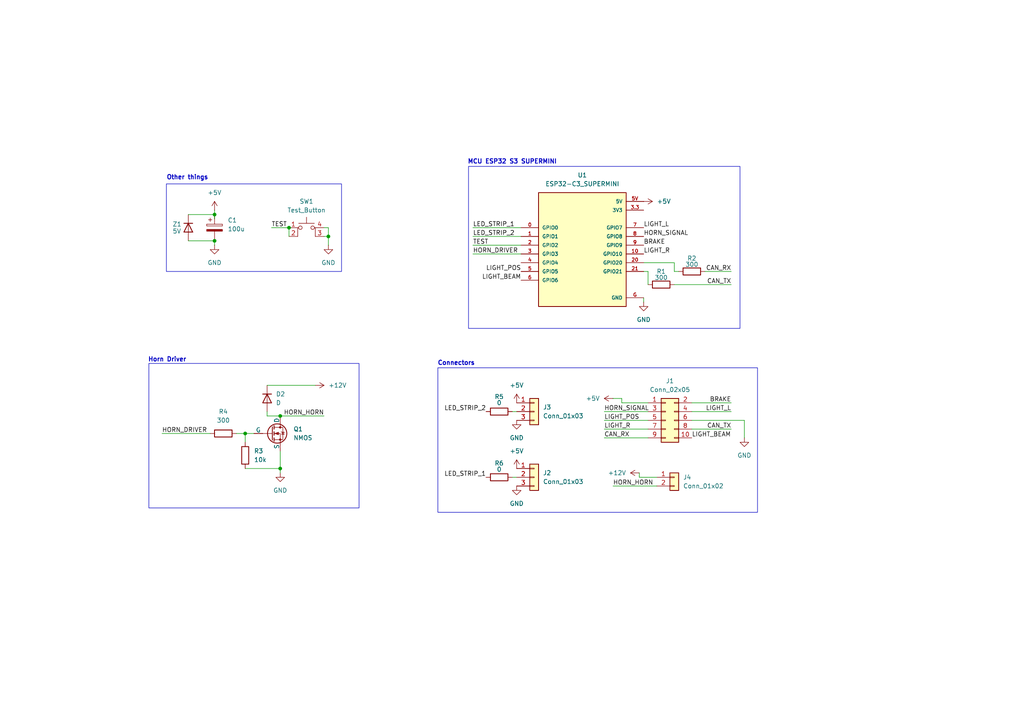
<source format=kicad_sch>
(kicad_sch (version 20250114) (generator "eeschema") (generator_version "9.0")
  (paper "A4")
  (lib_symbols
    (symbol "Connector_Generic:Conn_01x02" (pin_names (offset 1.016) (hide yes))
      (property "Reference" "J" (at 0 2.54 0))
      (property "Value" "Conn_01x02" (at 0 -5.08 0))
      (symbol "Conn_01x02_1_1"
        (rectangle (start -1.27 1.27) (end 1.27 -3.81) (stroke (width 0.254)) (fill (type background)))
        (rectangle (start -1.27 0.127) (end 0 -0.127) (stroke (width 0.1524)))
        (rectangle (start -1.27 -2.413) (end 0 -2.667) (stroke (width 0.1524)))
        (pin passive line (at -5.08 0 0) (length 3.81) (name "Pin_1") (number "1"))
        (pin passive line (at -5.08 -2.54 0) (length 3.81) (name "Pin_2") (number "2"))
      )
    )
    (symbol "Connector_Generic:Conn_01x03" (pin_names (offset 1.016) (hide yes))
      (property "Reference" "J" (at 0 5.08 0))
      (property "Value" "Conn_01x03" (at 0 -5.08 0))
      (symbol "Conn_01x03_1_1"
        (rectangle (start -1.27 3.81) (end 1.27 -3.81) (stroke (width 0.254)) (fill (type background)))
        (rectangle (start -1.27 2.667) (end 0 2.413) (stroke (width 0.1524)))
        (rectangle (start -1.27 0.127) (end 0 -0.127) (stroke (width 0.1524)))
        (rectangle (start -1.27 -2.413) (end 0 -2.667) (stroke (width 0.1524)))
        (pin passive line (at -5.08 2.54 0) (length 3.81) (name "Pin_1") (number "1"))
        (pin passive line (at -5.08 0 0) (length 3.81) (name "Pin_2") (number "2"))
        (pin passive line (at -5.08 -2.54 0) (length 3.81) (name "Pin_3") (number "3"))
      )
    )
    (symbol "Connector_Generic:Conn_02x05_Odd_Even" (pin_names (offset 1.016) (hide yes))
      (property "Reference" "J" (at 1.27 7.62 0))
      (property "Value" "Conn_02x05_Odd_Even" (at 1.27 -7.62 0))
      (symbol "Conn_02x05_Odd_Even_1_1"
        (rectangle (start -1.27 6.35) (end 3.81 -6.35) (stroke (width 0.254)) (fill (type background)))
        (rectangle (start -1.27 5.207) (end 0 4.953) (stroke (width 0.1524)))
        (rectangle (start -1.27 2.667) (end 0 2.413) (stroke (width 0.1524)))
        (rectangle (start -1.27 0.127) (end 0 -0.127) (stroke (width 0.1524)))
        (rectangle (start -1.27 -2.413) (end 0 -2.667) (stroke (width 0.1524)))
        (rectangle (start -1.27 -4.953) (end 0 -5.207) (stroke (width 0.1524)))
        (rectangle (start 3.81 5.207) (end 2.54 4.953) (stroke (width 0.1524)))
        (rectangle (start 3.81 2.667) (end 2.54 2.413) (stroke (width 0.1524)))
        (rectangle (start 3.81 0.127) (end 2.54 -0.127) (stroke (width 0.1524)))
        (rectangle (start 3.81 -2.413) (end 2.54 -2.667) (stroke (width 0.1524)))
        (rectangle (start 3.81 -4.953) (end 2.54 -5.207) (stroke (width 0.1524)))
        (pin passive line (at -5.08 5.08 0) (length 3.81) (name "Pin_1") (number "1"))
        (pin passive line (at -5.08 2.54 0) (length 3.81) (name "Pin_3") (number "3"))
        (pin passive line (at -5.08 0 0) (length 3.81) (name "Pin_5") (number "5"))
        (pin passive line (at -5.08 -2.54 0) (length 3.81) (name "Pin_7") (number "7"))
        (pin passive line (at -5.08 -5.08 0) (length 3.81) (name "Pin_9") (number "9"))
        (pin passive line (at 7.62 5.08 180) (length 3.81) (name "Pin_2") (number "2"))
        (pin passive line (at 7.62 2.54 180) (length 3.81) (name "Pin_4") (number "4"))
        (pin passive line (at 7.62 0 180) (length 3.81) (name "Pin_6") (number "6"))
        (pin passive line (at 7.62 -2.54 180) (length 3.81) (name "Pin_8") (number "8"))
        (pin passive line (at 7.62 -5.08 180) (length 3.81) (name "Pin_10") (number "10"))
      )
    )
    (symbol "Device:C_Polarized" (pin_numbers (hide yes)) (pin_names (offset 0.254))
      (property "Reference" "C" (at 0.635 2.54 0))
      (property "Value" "C_Polarized" (at 0.635 -2.54 0))
      (symbol "C_Polarized_0_1"
        (rectangle (start -2.286 0.508) (end 2.286 1.016))
        (polyline (pts (xy -1.778 2.286) (xy -0.762 2.286)))
        (polyline (pts (xy -1.27 2.794) (xy -1.27 1.778)))
        (rectangle (start 2.286 -0.508) (end -2.286 -1.016) (fill (type outline)))
      )
      (symbol "C_Polarized_1_1"
        (pin passive line (at 0 3.81 270) (length 2.794) (name "~") (number "1"))
        (pin passive line (at 0 -3.81 90) (length 2.794) (name "~") (number "2"))
      )
    )
    (symbol "Device:D" (pin_numbers (hide yes)) (pin_names (offset 1.016) (hide yes))
      (property "Reference" "D" (at 0 2.54 0))
      (property "Value" "D" (at 0 -2.54 0))
      (symbol "D_0_1"
        (polyline (pts (xy -1.27 1.27) (xy -1.27 -1.27)) (stroke (width 0.254)))
        (polyline (pts (xy 1.27 1.27) (xy 1.27 -1.27) (xy -1.27 0) (xy 1.27 1.27)) (stroke (width 0.254)))
        (polyline (pts (xy 1.27 0) (xy -1.27 0)))
      )
      (symbol "D_1_1"
        (pin passive line (at -3.81 0 0) (length 2.54) (name "K") (number "1"))
        (pin passive line (at 3.81 0 180) (length 2.54) (name "A") (number "2"))
      )
    )
    (symbol "Device:R" (pin_numbers (hide yes)) (pin_names (offset 0))
      (property "Reference" "R" (at 2.032 0 90))
      (property "Value" "R" (at 0 0 90))
      (symbol "R_0_1"
        (rectangle (start -1.016 -2.54) (end 1.016 2.54) (stroke (width 0.254)))
      )
      (symbol "R_1_1"
        (pin passive line (at 0 3.81 270) (length 1.27) (name "~") (number "1"))
        (pin passive line (at 0 -3.81 90) (length 1.27) (name "~") (number "2"))
      )
    )
    (symbol "Diode:1N4001" (pin_numbers (hide yes)) (pin_names (hide yes))
      (property "Reference" "D" (at 0 2.54 0))
      (property "Value" "1N4001" (at 0 -2.54 0))
      (symbol "1N4001_0_1"
        (polyline (pts (xy -1.27 1.27) (xy -1.27 -1.27)) (stroke (width 0.254)))
        (polyline (pts (xy 1.27 1.27) (xy 1.27 -1.27) (xy -1.27 0) (xy 1.27 1.27)) (stroke (width 0.254)))
        (polyline (pts (xy 1.27 0) (xy -1.27 0)))
      )
      (symbol "1N4001_1_1"
        (pin passive line (at -3.81 0 0) (length 2.54) (name "K") (number "1"))
        (pin passive line (at 3.81 0 180) (length 2.54) (name "A") (number "2"))
      )
    )
    (symbol "ESP32-C3_SUPERMINI_TH_1" (pin_names (offset 1.016))
      (property "Reference" "U" (at -12.7 16.002 0))
      (property "Value" "ESP32-C3_SUPERMINI_TH" (at -12.7 -20.32 0))
      (symbol "ESP32-C3_SUPERMINI_TH_1_0_0"
        (rectangle (start -12.7 -17.78) (end 12.7 15.24) (stroke (width 0.254)) (fill (type background)))
        (pin bidirectional line (at -17.78 5.08 0) (length 5.08) (name "GPIO0") (number "0"))
        (pin bidirectional line (at -17.78 2.54 0) (length 5.08) (name "GPIO1") (number "1"))
        (pin bidirectional line (at -17.78 0 0) (length 5.08) (name "GPIO2") (number "2"))
        (pin bidirectional line (at -17.78 -2.54 0) (length 5.08) (name "GPIO3") (number "3"))
        (pin bidirectional line (at -17.78 -5.08 0) (length 5.08) (name "GPIO4") (number "4"))
        (pin bidirectional line (at -17.78 -7.62 0) (length 5.08) (name "GPIO5") (number "5"))
        (pin bidirectional line (at -17.78 -10.16 0) (length 5.08) (name "GPIO6") (number "6"))
        (pin power_in line (at 17.78 12.7 180) (length 5.08) (name "5V") (number "5V"))
        (pin power_in line (at 17.78 10.16 180) (length 5.08) (name "3V3") (number "3.3"))
        (pin bidirectional line (at 17.78 5.08 180) (length 5.08) (name "GPIO7") (number "7"))
        (pin bidirectional line (at 17.78 2.54 180) (length 5.08) (name "GPIO8") (number "8"))
        (pin bidirectional line (at 17.78 0 180) (length 5.08) (name "GPIO9") (number "9"))
        (pin bidirectional line (at 17.78 -2.54 180) (length 5.08) (name "GPIO10") (number "10"))
        (pin bidirectional line (at 17.78 -5.08 180) (length 5.08) (name "GPIO20") (number "20"))
        (pin bidirectional line (at 17.78 -7.62 180) (length 5.08) (name "GPIO21") (number "21"))
        (pin power_in line (at 17.78 -15.24 180) (length 5.08) (name "GND") (number "G"))
      )
    )
    (symbol "Simulation_SPICE:NMOS" (pin_numbers (hide yes)) (pin_names (offset 0))
      (property "Reference" "Q" (at 5.08 1.27 0))
      (property "Value" "NMOS" (at 5.08 -1.27 0))
      (symbol "NMOS_0_1"
        (polyline (pts (xy 0.254 1.905) (xy 0.254 -1.905)) (stroke (width 0.254)))
        (polyline (pts (xy 0.254 0) (xy -2.54 0)))
        (polyline (pts (xy 0.762 2.286) (xy 0.762 1.27)) (stroke (width 0.254)))
        (polyline (pts (xy 0.762 0.508) (xy 0.762 -0.508)) (stroke (width 0.254)))
        (polyline (pts (xy 0.762 -1.27) (xy 0.762 -2.286)) (stroke (width 0.254)))
        (polyline (pts (xy 0.762 -1.778) (xy 3.302 -1.778) (xy 3.302 1.778) (xy 0.762 1.778)))
        (polyline (pts (xy 1.016 0) (xy 2.032 0.381) (xy 2.032 -0.381) (xy 1.016 0)) (fill (type outline)))
        (circle (center 1.651 0) (radius 2.794) (stroke (width 0.254)))
        (polyline (pts (xy 2.54 2.54) (xy 2.54 1.778)))
        (circle (center 2.54 1.778) (radius 0.254) (fill (type outline)))
        (circle (center 2.54 -1.778) (radius 0.254) (fill (type outline)))
        (polyline (pts (xy 2.54 -2.54) (xy 2.54 0) (xy 0.762 0)))
        (polyline (pts (xy 2.794 0.508) (xy 2.921 0.381) (xy 3.683 0.381) (xy 3.81 0.254)))
        (polyline (pts (xy 3.302 0.381) (xy 2.921 -0.254) (xy 3.683 -0.254) (xy 3.302 0.381)))
      )
      (symbol "NMOS_1_1"
        (pin input line (at -5.08 0 0) (length 2.54) (name "G") (number "2"))
        (pin passive line (at 2.54 5.08 270) (length 2.54) (name "D") (number "1"))
        (pin passive line (at 2.54 -5.08 90) (length 2.54) (name "S") (number "3"))
      )
    )
    (symbol "Switch:SW_MEC_5E" (pin_names (offset 1.016) (hide yes))
      (property "Reference" "SW" (at 0.635 5.715 0))
      (property "Value" "SW_MEC_5E" (at 0 -3.175 0))
      (symbol "SW_MEC_5E_0_1"
        (polyline (pts (xy -2.54 0) (xy -2.54 2.54) (xy -2.286 2.54)))
        (polyline (pts (xy -2.286 3.81) (xy 2.286 3.81)))
        (circle (center -1.778 2.54) (radius 0.508))
        (polyline (pts (xy 0 3.81) (xy 0 5.588)))
        (circle (center 1.778 2.54) (radius 0.508))
        (polyline (pts (xy 2.54 0) (xy 2.54 2.54) (xy 2.286 2.54)))
        (pin passive line (at -5.08 2.54 0) (length 2.54) (name "1") (number "1"))
        (pin passive line (at -5.08 0 0) (length 2.54) (name "2") (number "2"))
        (pin passive line (at 5.08 2.54 180) (length 2.54) (name "A") (number "4"))
        (pin passive line (at 5.08 0 180) (length 2.54) (name "K") (number "3"))
      )
    )
    (symbol "power:+12V" (power) (pin_numbers (hide yes)) (pin_names (offset 0) (hide yes))
      (property "Value" "+12V" (at 0 3.556 0))
      (symbol "+12V_0_1"
        (polyline (pts (xy -0.762 1.27) (xy 0 2.54)))
        (polyline (pts (xy 0 2.54) (xy 0.762 1.27)))
        (polyline (pts (xy 0 0) (xy 0 2.54)))
      )
      (symbol "+12V_1_1"
        (pin power_in line (at 0 0 90) (length 0) (name "~") (number "1"))
      )
    )
    (symbol "power:+5V" (power) (pin_numbers (hide yes)) (pin_names (offset 0) (hide yes))
      (property "Value" "+5V" (at 0 3.556 0))
      (symbol "+5V_0_1"
        (polyline (pts (xy -0.762 1.27) (xy 0 2.54)))
        (polyline (pts (xy 0 2.54) (xy 0.762 1.27)))
        (polyline (pts (xy 0 0) (xy 0 2.54)))
      )
      (symbol "+5V_1_1"
        (pin power_in line (at 0 0 90) (length 0) (name "~") (number "1"))
      )
    )
    (symbol "power:GND" (power) (pin_numbers (hide yes)) (pin_names (offset 0) (hide yes))
      (property "Value" "GND" (at 0 -3.81 0))
      (symbol "GND_0_1"
        (polyline (pts (xy 0 0) (xy 0 -1.27) (xy 1.27 -1.27) (xy 0 -2.54) (xy -1.27 -1.27) (xy 0 -1.27)))
      )
      (symbol "GND_1_1"
        (pin power_in line (at 0 0 270) (length 0) (name "~") (number "1"))
      )
    )
  )
  (rectangle (start 43.18 105.41) (end 104.14 147.32))
  (rectangle (start 48.26 53.34) (end 99.06 78.74))
  (rectangle (start 127 106.68) (end 219.71 148.59))
  (rectangle (start 135.89 48.26) (end 214.63 95.25))
  (text "Horn Driver" (at 48.514 104.394 0) (effects (font (size 1.27 1.27) (thickness 0.254) (bold yes))))
  (text "Other things" (at 54.356 51.562 0) (effects (font (size 1.27 1.27) (thickness 0.254) (bold yes))))
  (text "MCU ESP32 S3 SUPERMINI" (at 148.59 46.99 0) (effects (font (size 1.27 1.27) (thickness 0.254) (bold yes))))
  (text "Connectors" (at 132.334 105.41 0) (effects (font (size 1.27 1.27) (thickness 0.254) (bold yes))))
  (junction (at 81.28 120.65))
  (junction (at 83.82 66.04))
  (junction (at 95.25 68.58))
  (junction (at 62.23 69.85))
  (junction (at 71.12 125.73))
  (junction (at 62.23 62.23))
  (junction (at 81.28 135.89))
  (wire (pts (xy 77.47 120.65) (xy 77.47 119.38)))
  (wire (pts (xy 187.96 78.74) (xy 186.69 78.74)))
  (wire (pts (xy 212.09 119.38) (xy 200.66 119.38)))
  (wire (pts (xy 46.99 125.73) (xy 60.96 125.73)))
  (wire (pts (xy 200.66 124.46) (xy 212.09 124.46)))
  (wire (pts (xy 81.28 130.81) (xy 81.28 135.89)))
  (wire (pts (xy 148.59 138.43) (xy 149.86 138.43)))
  (wire (pts (xy 95.25 66.04) (xy 95.25 68.58)))
  (wire (pts (xy 185.42 138.43) (xy 190.5 138.43)))
  (wire (pts (xy 204.47 78.74) (xy 212.09 78.74)))
  (wire (pts (xy 54.61 69.85) (xy 62.23 69.85)))
  (wire (pts (xy 180.34 116.84) (xy 187.96 116.84)))
  (wire (pts (xy 137.16 68.58) (xy 151.13 68.58)))
  (wire (pts (xy 71.12 125.73) (xy 71.12 128.27)))
  (wire (pts (xy 195.58 76.2) (xy 186.69 76.2)))
  (wire (pts (xy 62.23 71.12) (xy 62.23 69.85)))
  (wire (pts (xy 175.26 119.38) (xy 187.96 119.38)))
  (wire (pts (xy 77.47 120.65) (xy 81.28 120.65)))
  (wire (pts (xy 200.66 116.84) (xy 212.09 116.84)))
  (wire (pts (xy 200.66 121.92) (xy 215.9 121.92)))
  (wire (pts (xy 177.8 140.97) (xy 190.5 140.97)))
  (wire (pts (xy 185.42 138.43) (xy 185.42 137.16)))
  (wire (pts (xy 175.26 121.92) (xy 187.96 121.92)))
  (wire (pts (xy 180.34 115.57) (xy 180.34 116.84)))
  (wire (pts (xy 77.47 111.76) (xy 91.44 111.76)))
  (wire (pts (xy 195.58 78.74) (xy 196.85 78.74)))
  (wire (pts (xy 195.58 78.74) (xy 195.58 76.2)))
  (wire (pts (xy 148.59 119.38) (xy 149.86 119.38)))
  (wire (pts (xy 187.96 82.55) (xy 187.96 78.74)))
  (wire (pts (xy 81.28 120.65) (xy 93.98 120.65)))
  (wire (pts (xy 81.28 137.16) (xy 81.28 135.89)))
  (wire (pts (xy 71.12 125.73) (xy 73.66 125.73)))
  (wire (pts (xy 137.16 71.12) (xy 151.13 71.12)))
  (wire (pts (xy 137.16 66.04) (xy 151.13 66.04)))
  (wire (pts (xy 81.28 135.89) (xy 71.12 135.89)))
  (wire (pts (xy 54.61 62.23) (xy 62.23 62.23)))
  (wire (pts (xy 68.58 125.73) (xy 71.12 125.73)))
  (wire (pts (xy 175.26 127) (xy 187.96 127)))
  (wire (pts (xy 83.82 66.04) (xy 83.82 68.58)))
  (wire (pts (xy 175.26 124.46) (xy 187.96 124.46)))
  (wire (pts (xy 78.74 66.04) (xy 83.82 66.04)))
  (wire (pts (xy 137.16 73.66) (xy 151.13 73.66)))
  (wire (pts (xy 95.25 68.58) (xy 95.25 71.12)))
  (wire (pts (xy 177.8 115.57) (xy 180.34 115.57)))
  (wire (pts (xy 93.98 66.04) (xy 95.25 66.04)))
  (wire (pts (xy 62.23 62.23) (xy 62.23 63.5)))
  (wire (pts (xy 186.69 87.63) (xy 186.69 86.36)))
  (wire (pts (xy 62.23 60.96) (xy 62.23 62.23)))
  (wire (pts (xy 215.9 121.92) (xy 215.9 127)))
  (wire (pts (xy 93.98 68.58) (xy 95.25 68.58)))
  (wire (pts (xy 195.58 82.55) (xy 212.09 82.55)))
  (wire (pts (xy 81.28 120.65) (xy 81.28 121.92)))
  (label "LIGHT_L" (at 212.09 119.38 180))
  (label "HORN_DRIVER" (at 46.99 125.73 0))
  (label "CAN_TX" (at 212.09 124.46 180))
  (label "LED_STRIP_2" (at 137.16 68.58 0) (effects (font (thickness 0.1588))))
  (label "CAN_TX" (at 212.09 82.55 180))
  (label "LED_STRIP_1" (at 137.16 66.04 0) (effects (font (thickness 0.1588))))
  (label "HORN_SIGNAL" (at 186.69 68.58 0))
  (label "HORN_HORN" (at 93.98 120.65 180))
  (label "LIGHT_R" (at 186.69 73.66 0))
  (label "LIGHT_BEAM" (at 151.13 81.28 180))
  (label "LIGHT_R" (at 175.26 124.46 0))
  (label "LED_STRIP_2" (at 140.97 119.38 180) (effects (font (thickness 0.1588))))
  (label "BRAKE" (at 186.69 71.12 0))
  (label "TEST" (at 78.74 66.04 0) (effects (font (thickness 0.1588))))
  (label "LED_STRIP_1" (at 140.97 138.43 180) (effects (font (thickness 0.1588))))
  (label "LIGHT_BEAM" (at 200.66 127 0))
  (label "LIGHT_POS" (at 151.13 78.74 180))
  (label "HORN_DRIVER" (at 137.16 73.66 0))
  (label "HORN_HORN" (at 177.8 140.97 0))
  (label "CAN_RX" (at 212.09 78.74 180))
  (label "CAN_RX" (at 175.26 127 0))
  (label "HORN_SIGNAL" (at 175.26 119.38 0))
  (label "TEST" (at 137.16 71.12 0) (effects (font (thickness 0.1588))))
  (label "LIGHT_POS" (at 175.26 121.92 0))
  (label "LIGHT_L" (at 186.69 66.04 0))
  (label "BRAKE" (at 212.09 116.84 180))
  (symbol (lib_id "power:+5V") (at 177.8 115.57 90) (unit 1)
    (property "Reference" "#PWR01" (effects (hide yes)))
    (property "Value" "+5V" (at 173.99 115.5699 90) (effects (justify left)))
    (property "Description" "Power symbol creates a global label with name \"+5V\"" (effects (hide yes)))
  )
  (symbol (lib_id "power:GND") (at 186.69 87.63 0) (unit 1)
    (property "Reference" "#PWR04" (effects (hide yes)))
    (property "Value" "GND" (at 186.69 92.71 0))
    (property "Description" "Power symbol creates a global label with name \"GND\" , ground" (effects (hide yes)))
  )
  (symbol (lib_id "Device:D") (at 77.47 115.57 270) (unit 1)
    (property "Reference" "D2" (at 80.01 114.2999 90) (effects (justify left)))
    (property "Value" "D" (at 80.01 116.8399 90) (effects (justify left)))
    (property "Footprint" "Diode_THT:D_DO-41_SOD81_P10.16mm_Horizontal" (effects (hide yes)))
    (property "Description" "Diode" (effects (hide yes)))
    (property "Sim.Device" "D" (effects (hide yes)))
    (property "Sim.Pins" "1=K 2=A" (effects (hide yes)))
  )
  (symbol (lib_id "Device:R") (at 200.66 78.74 90) (unit 1)
    (property "Reference" "R2" (at 200.66 74.93 90))
    (property "Value" "300" (at 200.66 76.708 90))
    (property "Footprint" "Resistor_THT:R_Axial_DIN0207_L6.3mm_D2.5mm_P7.62mm_Horizontal" (effects (hide yes)))
    (property "Description" "Resistor" (effects (hide yes)))
  )
  (symbol (lib_id "Diode:1N4001") (at 54.61 66.04 270) (unit 1)
    (property "Reference" "Z1" (at 50.038 65.024 90) (effects (justify left)))
    (property "Value" "5V" (at 50.038 67.056 90) (effects (justify left)))
    (property "Footprint" "Diode_THT:D_DO-41_SOD81_P10.16mm_Horizontal" (effects (hide yes)))
    (property "Datasheet" "http://www.vishay.com/docs/88503/1n4001.pdf" (effects (hide yes)))
    (property "Description" "50V 1A General Purpose Rectifier Diode, DO-41" (effects (hide yes)))
    (property "Sim.Device" "D" (effects (hide yes)))
    (property "Sim.Pins" "1=K 2=A" (effects (hide yes)))
  )
  (symbol (lib_id "Device:C_Polarized") (at 62.23 66.04 0) (unit 1)
    (property "Reference" "C1" (at 66.04 63.8809 0) (effects (justify left)))
    (property "Value" "100u" (at 66.04 66.4209 0) (effects (justify left)))
    (property "Footprint" "Capacitor_THT:CP_Radial_D10.0mm_P5.00mm" (effects (hide yes)))
    (property "Description" "Polarized capacitor" (effects (hide yes)))
  )
  (symbol (lib_id "Connector_Generic:Conn_01x03") (at 154.94 138.43 0) (unit 1)
    (property "Reference" "J2" (at 157.48 137.1599 0) (effects (justify left)))
    (property "Value" "Conn_01x03" (at 157.48 139.6999 0) (effects (justify left)))
    (property "Footprint" "lib:39303035" (effects (hide yes)))
    (property "Description" "Generic connector, single row, 01x03, script generated (kicad-library-utils/schlib/autogen/connector/)" (effects (hide yes)))
  )
  (symbol (lib_id "power:GND") (at 81.28 137.16 0) (unit 1)
    (property "Reference" "#PWR06" (effects (hide yes)))
    (property "Value" "GND" (at 81.28 142.24 0))
    (property "Description" "Power symbol creates a global label with name \"GND\" , ground" (effects (hide yes)))
  )
  (symbol (lib_id "power:GND") (at 62.23 71.12 0) (unit 1)
    (property "Reference" "#PWR08" (effects (hide yes)))
    (property "Value" "GND" (at 62.23 76.2 0))
    (property "Description" "Power symbol creates a global label with name \"GND\" , ground" (effects (hide yes)))
  )
  (symbol (lib_id "Switch:SW_MEC_5E") (at 88.9 68.58 0) (unit 1)
    (property "Reference" "SW1" (at 88.9 58.42 0))
    (property "Value" "Test_Button" (at 88.9 60.96 0))
    (property "Footprint" "lib:TL3305BF160QG" (effects (hide yes)))
    (property "Datasheet" "http://www.apem.com/int/index.php?controller=attachment&id_attachment=1371" (effects (hide yes)))
    (property "Description" "MEC 5E single pole normally-open tactile switch" (effects (hide yes)))
  )
  (symbol (lib_id "power:GND") (at 149.86 140.97 0) (unit 1)
    (property "Reference" "#PWR011" (effects (hide yes)))
    (property "Value" "GND" (at 149.86 146.05 0))
    (property "Description" "Power symbol creates a global label with name \"GND\" , ground" (effects (hide yes)))
  )
  (symbol (lib_id "Connector_Generic:Conn_01x02") (at 195.58 138.43 0) (unit 1)
    (property "Reference" "J4" (at 198.12 138.4299 0) (effects (justify left)))
    (property "Value" "Conn_01x02" (at 198.12 140.9699 0) (effects (justify left)))
    (property "Footprint" "Connector_Molex:Molex_Mini-Fit_Jr_5569-02A2_2x01_P4.20mm_Horizontal" (effects (hide yes)))
    (property "Description" "Generic connector, single row, 01x02, script generated (kicad-library-utils/schlib/autogen/connector/)" (effects (hide yes)))
  )
  (symbol (lib_id "power:GND") (at 95.25 71.12 0) (unit 1)
    (property "Reference" "#PWR014" (effects (hide yes)))
    (property "Value" "GND" (at 95.25 76.2 0))
    (property "Description" "Power symbol creates a global label with name \"GND\" , ground" (effects (hide yes)))
  )
  (symbol (lib_id "power:+5V") (at 186.69 58.42 270) (unit 1)
    (property "Reference" "#PWR02" (effects (hide yes)))
    (property "Value" "+5V" (at 190.5 58.4199 90) (effects (justify left)))
    (property "Description" "Power symbol creates a global label with name \"+5V\"" (effects (hide yes)))
  )
  (symbol (lib_id "power:+5V") (at 62.23 60.96 0) (unit 1)
    (property "Reference" "#PWR09" (effects (hide yes)))
    (property "Value" "+5V" (at 62.23 55.88 0))
    (property "Description" "Power symbol creates a global label with name \"+5V\"" (effects (hide yes)))
  )
  (symbol (lib_id "Device:R") (at 144.78 119.38 90) (unit 1)
    (property "Reference" "R5" (at 144.78 115.062 90))
    (property "Value" "0" (at 144.78 116.84 90))
    (property "Footprint" "Resistor_THT:R_Axial_DIN0207_L6.3mm_D2.5mm_P7.62mm_Horizontal" (effects (hide yes)))
    (property "Description" "Resistor" (effects (hide yes)))
  )
  (symbol (lib_id "power:+5V") (at 149.86 135.89 0) (unit 1)
    (property "Reference" "#PWR012" (effects (hide yes)))
    (property "Value" "+5V" (at 149.86 130.81 0))
    (property "Description" "Power symbol creates a global label with name \"+5V\"" (effects (hide yes)))
  )
  (symbol (lib_id "power:+12V") (at 185.42 137.16 90) (unit 1)
    (property "Reference" "#PWR07" (effects (hide yes)))
    (property "Value" "+12V" (at 181.61 137.1599 90) (effects (justify left)))
    (property "Description" "Power symbol creates a global label with name \"+12V\"" (effects (hide yes)))
  )
  (symbol (lib_id "Device:R") (at 71.12 132.08 0) (unit 1)
    (property "Reference" "R3" (at 73.66 130.8099 0) (effects (justify left)))
    (property "Value" "10k" (at 73.66 133.3499 0) (effects (justify left)))
    (property "Footprint" "Resistor_THT:R_Axial_DIN0207_L6.3mm_D2.5mm_P7.62mm_Horizontal" (effects (hide yes)))
    (property "Description" "Resistor" (effects (hide yes)))
  )
  (symbol (lib_id "power:GND") (at 215.9 127 0) (unit 1)
    (property "Reference" "#PWR03" (effects (hide yes)))
    (property "Value" "GND" (at 215.9 132.08 0))
    (property "Description" "Power symbol creates a global label with name \"GND\" , ground" (effects (hide yes)))
  )
  (symbol (lib_id "Device:R") (at 191.77 82.55 90) (unit 1)
    (property "Reference" "R1" (at 191.77 78.74 90))
    (property "Value" "300" (at 191.77 80.518 90))
    (property "Footprint" "Resistor_THT:R_Axial_DIN0207_L6.3mm_D2.5mm_P7.62mm_Horizontal" (effects (hide yes)))
    (property "Description" "Resistor" (effects (hide yes)))
  )
  (symbol (lib_id "power:+5V") (at 149.86 116.84 0) (unit 1)
    (property "Reference" "#PWR013" (effects (hide yes)))
    (property "Value" "+5V" (at 149.86 111.76 0))
    (property "Description" "Power symbol creates a global label with name \"+5V\"" (effects (hide yes)))
  )
  (symbol (lib_id "Connector_Generic:Conn_02x05_Odd_Even") (at 193.04 121.92 0) (unit 1)
    (property "Reference" "J1" (at 194.31 110.49 0))
    (property "Value" "Conn_02x05" (at 194.31 113.03 0))
    (property "Footprint" "Connector_Molex:Molex_Mini-Fit_Jr_5569-10A1_2x05_P4.20mm_Horizontal" (effects (hide yes)))
    (property "Description" "Generic connector, double row, 02x05, odd/even pin numbering scheme (row 1 odd numbers, row 2 even numbers), script generated (kicad-library-utils/schlib/autogen/connector/)" (effects (hide yes)))
  )
  (symbol (lib_id "Simulation_SPICE:NMOS") (at 78.74 125.73 0) (unit 1)
    (property "Reference" "Q1" (at 85.09 124.4599 0) (effects (justify left)))
    (property "Value" "NMOS" (at 85.09 126.9999 0) (effects (justify left)))
    (property "Footprint" "lib:TO546P1558X498X2499-3" (effects (hide yes)))
    (property "Datasheet" "https://ngspice.sourceforge.io/docs/ngspice-html-manual/manual.xhtml#cha_MOSFETs" (effects (hide yes)))
    (property "Description" "N-MOSFET transistor, drain/source/gate" (effects (hide yes)))
    (property "Sim.Device" "NMOS" (effects (hide yes)))
    (property "Sim.Type" "VDMOS" (effects (hide yes)))
    (property "Sim.Pins" "1=D 2=G 3=S" (effects (hide yes)))
  )
  (symbol (lib_id "power:+12V") (at 91.44 111.76 270) (unit 1)
    (property "Reference" "#PWR05" (effects (hide yes)))
    (property "Value" "+12V" (at 95.25 111.7599 90) (effects (justify left)))
    (property "Description" "Power symbol creates a global label with name \"+12V\"" (effects (hide yes)))
  )
  (symbol (lib_name "ESP32-C3_SUPERMINI_TH_1") (lib_id "ESP32-C3_SUPERMINI_TH:ESP32-C3_SUPERMINI_TH") (at 168.91 71.12 0) (unit 1)
    (property "Reference" "U1" (at 168.91 50.8 0))
    (property "Value" "ESP32-C3_SUPERMINI" (at 168.91 53.34 0))
    (property "Footprint" "lib:MODULE_ESP32-C3_SUPERMINI" (effects (hide yes)))
    (property "MF" "Espressif Systems" (effects (hide yes)))
    (property "MAXIMUM_PACKAGE_HEIGHT" "4.2mm" (effects (hide yes)))
    (property "Package" "Package" (effects (hide yes)))
    (property "Price" "None" (effects (hide yes)))
    (property "Check_prices" "https://www.snapeda.com/parts/ESP32-C3%20SuperMini_TH/Espressif+Systems/view-part/?ref=eda" (effects (hide yes)))
    (property "STANDARD" "Manufacturer Recommendations" (effects (hide yes)))
    (property "SnapEDA_Link" "https://www.snapeda.com/parts/ESP32-C3%20SuperMini_TH/Espressif+Systems/view-part/?ref=snap" (effects (hide yes)))
    (property "MP" "ESP32-C3 SuperMini_TH" (effects (hide yes)))
    (property "Description_1" "Super tiny ESP32-C3 board" (effects (hide yes)))
    (property "Availability" "Not in stock" (effects (hide yes)))
    (property "MANUFACTURER" "Espressif" (effects (hide yes)))
  )
  (symbol (lib_id "Device:R") (at 144.78 138.43 90) (unit 1)
    (property "Reference" "R6" (at 144.78 134.366 90))
    (property "Value" "0" (at 144.78 136.144 90))
    (property "Footprint" "Resistor_THT:R_Axial_DIN0207_L6.3mm_D2.5mm_P7.62mm_Horizontal" (effects (hide yes)))
    (property "Description" "Resistor" (effects (hide yes)))
  )
  (symbol (lib_id "power:GND") (at 149.86 121.92 0) (unit 1)
    (property "Reference" "#PWR010" (effects (hide yes)))
    (property "Value" "GND" (at 149.86 127 0))
    (property "Description" "Power symbol creates a global label with name \"GND\" , ground" (effects (hide yes)))
  )
  (symbol (lib_id "Device:R") (at 64.77 125.73 90) (unit 1)
    (property "Reference" "R4" (at 64.77 119.38 90))
    (property "Value" "300" (at 64.77 121.92 90))
    (property "Footprint" "Resistor_THT:R_Axial_DIN0207_L6.3mm_D2.5mm_P7.62mm_Horizontal" (effects (hide yes)))
    (property "Description" "Resistor" (effects (hide yes)))
  )
  (symbol (lib_id "Connector_Generic:Conn_01x03") (at 154.94 119.38 0) (unit 1)
    (property "Reference" "J3" (at 157.48 118.1099 0) (effects (justify left)))
    (property "Value" "Conn_01x03" (at 157.48 120.6499 0) (effects (justify left)))
    (property "Footprint" "lib:39303035" (effects (hide yes)))
    (property "Description" "Generic connector, single row, 01x03, script generated (kicad-library-utils/schlib/autogen/connector/)" (effects (hide yes)))
  )
)
</source>
